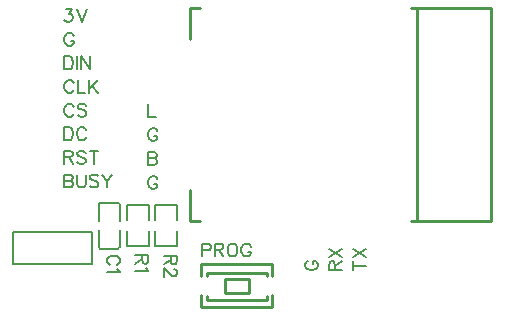
<source format=gto>
G04 Layer: TopSilkscreenLayer*
G04 EasyEDA v6.5.34, 2023-10-15 23:32:28*
G04 71d41e4822c04cdf8dbe640198561a58,c7e5a72684d24d89a273277b68740de8,10*
G04 Gerber Generator version 0.2*
G04 Scale: 100 percent, Rotated: No, Reflected: No *
G04 Dimensions in millimeters *
G04 leading zeros omitted , absolute positions ,4 integer and 5 decimal *
%FSLAX45Y45*%
%MOMM*%

%ADD10C,0.1524*%
%ADD11C,0.2540*%

%LPD*%
D10*
X977071Y-656386D02*
G01*
X1034221Y-656386D01*
X1002979Y-698042D01*
X1018727Y-698042D01*
X1028887Y-703122D01*
X1034221Y-708202D01*
X1039301Y-723950D01*
X1039301Y-734364D01*
X1034221Y-749858D01*
X1023807Y-760272D01*
X1008313Y-765352D01*
X992565Y-765352D01*
X977071Y-760272D01*
X971737Y-755192D01*
X966657Y-744778D01*
X1073591Y-656386D02*
G01*
X1115247Y-765352D01*
X1156903Y-656386D02*
G01*
X1115247Y-765352D01*
X1044635Y-882446D02*
G01*
X1039301Y-872032D01*
X1028887Y-861618D01*
X1018727Y-856284D01*
X997899Y-856284D01*
X987485Y-861618D01*
X977071Y-872032D01*
X971737Y-882446D01*
X966657Y-897940D01*
X966657Y-923848D01*
X971737Y-939596D01*
X977071Y-949756D01*
X987485Y-960170D01*
X997899Y-965504D01*
X1018727Y-965504D01*
X1028887Y-960170D01*
X1039301Y-949756D01*
X1044635Y-939596D01*
X1044635Y-923848D01*
X1018727Y-923848D02*
G01*
X1044635Y-923848D01*
X966657Y-1056436D02*
G01*
X966657Y-1165402D01*
X966657Y-1056436D02*
G01*
X1002979Y-1056436D01*
X1018727Y-1061516D01*
X1028887Y-1071930D01*
X1034221Y-1082344D01*
X1039301Y-1097838D01*
X1039301Y-1124000D01*
X1034221Y-1139494D01*
X1028887Y-1149908D01*
X1018727Y-1160322D01*
X1002979Y-1165402D01*
X966657Y-1165402D01*
X1073591Y-1056436D02*
G01*
X1073591Y-1165402D01*
X1107881Y-1056436D02*
G01*
X1107881Y-1165402D01*
X1107881Y-1056436D02*
G01*
X1180779Y-1165402D01*
X1180779Y-1056436D02*
G01*
X1180779Y-1165402D01*
X1044635Y-1282242D02*
G01*
X1039301Y-1271828D01*
X1028887Y-1261668D01*
X1018727Y-1256334D01*
X997899Y-1256334D01*
X987485Y-1261668D01*
X977071Y-1271828D01*
X971737Y-1282242D01*
X966657Y-1297990D01*
X966657Y-1323898D01*
X971737Y-1339392D01*
X977071Y-1349806D01*
X987485Y-1360220D01*
X997899Y-1365554D01*
X1018727Y-1365554D01*
X1028887Y-1360220D01*
X1039301Y-1349806D01*
X1044635Y-1339392D01*
X1078925Y-1256334D02*
G01*
X1078925Y-1365554D01*
X1078925Y-1365554D02*
G01*
X1141155Y-1365554D01*
X1175445Y-1256334D02*
G01*
X1175445Y-1365554D01*
X1248343Y-1256334D02*
G01*
X1175445Y-1328978D01*
X1201607Y-1303070D02*
G01*
X1248343Y-1365554D01*
X1044635Y-1482394D02*
G01*
X1039301Y-1471980D01*
X1028887Y-1461566D01*
X1018727Y-1456486D01*
X997899Y-1456486D01*
X987485Y-1461566D01*
X977071Y-1471980D01*
X971737Y-1482394D01*
X966657Y-1497888D01*
X966657Y-1523796D01*
X971737Y-1539544D01*
X977071Y-1549958D01*
X987485Y-1560372D01*
X997899Y-1565452D01*
X1018727Y-1565452D01*
X1028887Y-1560372D01*
X1039301Y-1549958D01*
X1044635Y-1539544D01*
X1151569Y-1471980D02*
G01*
X1141155Y-1461566D01*
X1125661Y-1456486D01*
X1104833Y-1456486D01*
X1089339Y-1461566D01*
X1078925Y-1471980D01*
X1078925Y-1482394D01*
X1084005Y-1492808D01*
X1089339Y-1497888D01*
X1099753Y-1503222D01*
X1130741Y-1513636D01*
X1141155Y-1518716D01*
X1146489Y-1523796D01*
X1151569Y-1534210D01*
X1151569Y-1549958D01*
X1141155Y-1560372D01*
X1125661Y-1565452D01*
X1104833Y-1565452D01*
X1089339Y-1560372D01*
X1078925Y-1549958D01*
X966657Y-1656384D02*
G01*
X966657Y-1765350D01*
X966657Y-1656384D02*
G01*
X1002979Y-1656384D01*
X1018727Y-1661464D01*
X1028887Y-1671878D01*
X1034221Y-1682292D01*
X1039301Y-1698040D01*
X1039301Y-1723948D01*
X1034221Y-1739442D01*
X1028887Y-1749856D01*
X1018727Y-1760270D01*
X1002979Y-1765350D01*
X966657Y-1765350D01*
X1151569Y-1682292D02*
G01*
X1146489Y-1671878D01*
X1136075Y-1661464D01*
X1125661Y-1656384D01*
X1104833Y-1656384D01*
X1094419Y-1661464D01*
X1084005Y-1671878D01*
X1078925Y-1682292D01*
X1073591Y-1698040D01*
X1073591Y-1723948D01*
X1078925Y-1739442D01*
X1084005Y-1749856D01*
X1094419Y-1760270D01*
X1104833Y-1765350D01*
X1125661Y-1765350D01*
X1136075Y-1760270D01*
X1146489Y-1749856D01*
X1151569Y-1739442D01*
X966657Y-1856282D02*
G01*
X966657Y-1965502D01*
X966657Y-1856282D02*
G01*
X1013393Y-1856282D01*
X1028887Y-1861616D01*
X1034221Y-1866696D01*
X1039301Y-1877110D01*
X1039301Y-1887524D01*
X1034221Y-1897938D01*
X1028887Y-1903018D01*
X1013393Y-1908352D01*
X966657Y-1908352D01*
X1002979Y-1908352D02*
G01*
X1039301Y-1965502D01*
X1146489Y-1872030D02*
G01*
X1136075Y-1861616D01*
X1120327Y-1856282D01*
X1099753Y-1856282D01*
X1084005Y-1861616D01*
X1073591Y-1872030D01*
X1073591Y-1882444D01*
X1078925Y-1892604D01*
X1084005Y-1897938D01*
X1094419Y-1903018D01*
X1125661Y-1913432D01*
X1136075Y-1918766D01*
X1141155Y-1923846D01*
X1146489Y-1934260D01*
X1146489Y-1949754D01*
X1136075Y-1960168D01*
X1120327Y-1965502D01*
X1099753Y-1965502D01*
X1084005Y-1960168D01*
X1073591Y-1949754D01*
X1217101Y-1856282D02*
G01*
X1217101Y-1965502D01*
X1180779Y-1856282D02*
G01*
X1253423Y-1856282D01*
X966657Y-2056434D02*
G01*
X966657Y-2165400D01*
X966657Y-2056434D02*
G01*
X1013393Y-2056434D01*
X1028887Y-2061514D01*
X1034221Y-2066848D01*
X1039301Y-2077262D01*
X1039301Y-2087422D01*
X1034221Y-2097836D01*
X1028887Y-2103170D01*
X1013393Y-2108250D01*
X966657Y-2108250D02*
G01*
X1013393Y-2108250D01*
X1028887Y-2113584D01*
X1034221Y-2118664D01*
X1039301Y-2129078D01*
X1039301Y-2144572D01*
X1034221Y-2154986D01*
X1028887Y-2160320D01*
X1013393Y-2165400D01*
X966657Y-2165400D01*
X1073591Y-2056434D02*
G01*
X1073591Y-2134412D01*
X1078925Y-2149906D01*
X1089339Y-2160320D01*
X1104833Y-2165400D01*
X1115247Y-2165400D01*
X1130741Y-2160320D01*
X1141155Y-2149906D01*
X1146489Y-2134412D01*
X1146489Y-2056434D01*
X1253423Y-2071928D02*
G01*
X1243009Y-2061514D01*
X1227515Y-2056434D01*
X1206687Y-2056434D01*
X1191193Y-2061514D01*
X1180779Y-2071928D01*
X1180779Y-2082342D01*
X1185859Y-2092756D01*
X1191193Y-2097836D01*
X1201607Y-2103170D01*
X1232595Y-2113584D01*
X1243009Y-2118664D01*
X1248343Y-2123998D01*
X1253423Y-2134412D01*
X1253423Y-2149906D01*
X1243009Y-2160320D01*
X1227515Y-2165400D01*
X1206687Y-2165400D01*
X1191193Y-2160320D01*
X1180779Y-2149906D01*
X1287713Y-2056434D02*
G01*
X1329369Y-2108250D01*
X1329369Y-2165400D01*
X1370771Y-2056434D02*
G01*
X1329369Y-2108250D01*
X2133587Y-2640672D02*
G01*
X2133587Y-2749638D01*
X2133587Y-2640672D02*
G01*
X2180323Y-2640672D01*
X2195817Y-2645752D01*
X2201151Y-2650832D01*
X2206231Y-2661246D01*
X2206231Y-2676994D01*
X2201151Y-2687408D01*
X2195817Y-2692488D01*
X2180323Y-2697822D01*
X2133587Y-2697822D01*
X2240521Y-2640672D02*
G01*
X2240521Y-2749638D01*
X2240521Y-2640672D02*
G01*
X2287257Y-2640672D01*
X2303005Y-2645752D01*
X2308085Y-2650832D01*
X2313419Y-2661246D01*
X2313419Y-2671660D01*
X2308085Y-2682074D01*
X2303005Y-2687408D01*
X2287257Y-2692488D01*
X2240521Y-2692488D01*
X2277097Y-2692488D02*
G01*
X2313419Y-2749638D01*
X2378697Y-2640672D02*
G01*
X2368537Y-2645752D01*
X2358123Y-2656166D01*
X2352789Y-2666580D01*
X2347709Y-2682074D01*
X2347709Y-2707982D01*
X2352789Y-2723730D01*
X2358123Y-2734144D01*
X2368537Y-2744558D01*
X2378697Y-2749638D01*
X2399525Y-2749638D01*
X2409939Y-2744558D01*
X2420353Y-2734144D01*
X2425687Y-2723730D01*
X2430767Y-2707982D01*
X2430767Y-2682074D01*
X2425687Y-2666580D01*
X2420353Y-2656166D01*
X2409939Y-2645752D01*
X2399525Y-2640672D01*
X2378697Y-2640672D01*
X2543035Y-2666580D02*
G01*
X2537701Y-2656166D01*
X2527287Y-2645752D01*
X2517127Y-2640672D01*
X2496299Y-2640672D01*
X2485885Y-2645752D01*
X2475471Y-2656166D01*
X2470137Y-2666580D01*
X2465057Y-2682074D01*
X2465057Y-2707982D01*
X2470137Y-2723730D01*
X2475471Y-2734144D01*
X2485885Y-2744558D01*
X2496299Y-2749638D01*
X2517127Y-2749638D01*
X2527287Y-2744558D01*
X2537701Y-2734144D01*
X2543035Y-2723730D01*
X2543035Y-2707982D01*
X2517127Y-2707982D02*
G01*
X2543035Y-2707982D01*
X3409975Y-2828645D02*
G01*
X3519195Y-2828645D01*
X3409975Y-2864967D02*
G01*
X3409975Y-2792323D01*
X3409975Y-2758033D02*
G01*
X3519195Y-2685135D01*
X3409975Y-2685135D02*
G01*
X3519195Y-2758033D01*
X3206800Y-2864942D02*
G01*
X3316020Y-2864942D01*
X3206800Y-2864942D02*
G01*
X3206800Y-2818206D01*
X3211880Y-2802712D01*
X3217214Y-2797378D01*
X3227628Y-2792298D01*
X3238042Y-2792298D01*
X3248456Y-2797378D01*
X3253536Y-2802712D01*
X3258870Y-2818206D01*
X3258870Y-2864942D01*
X3258870Y-2828620D02*
G01*
X3316020Y-2792298D01*
X3206800Y-2758008D02*
G01*
X3316020Y-2685364D01*
X3206800Y-2685364D02*
G01*
X3316020Y-2758008D01*
X3029508Y-2786964D02*
G01*
X3019094Y-2792298D01*
X3008680Y-2802712D01*
X3003600Y-2813126D01*
X3003600Y-2833954D01*
X3008680Y-2844114D01*
X3019094Y-2854528D01*
X3029508Y-2859862D01*
X3045256Y-2864942D01*
X3071164Y-2864942D01*
X3086658Y-2859862D01*
X3097072Y-2854528D01*
X3107486Y-2844114D01*
X3112820Y-2833954D01*
X3112820Y-2813126D01*
X3107486Y-2802712D01*
X3097072Y-2792298D01*
X3086658Y-2786964D01*
X3071164Y-2786964D01*
X3071164Y-2813126D02*
G01*
X3071164Y-2786964D01*
X1676425Y-1459509D02*
G01*
X1676425Y-1568475D01*
X1676425Y-1568475D02*
G01*
X1738655Y-1568475D01*
X1754403Y-1688617D02*
G01*
X1749069Y-1678203D01*
X1738655Y-1667789D01*
X1728241Y-1662709D01*
X1707667Y-1662709D01*
X1697253Y-1667789D01*
X1686839Y-1678203D01*
X1681505Y-1688617D01*
X1676425Y-1704111D01*
X1676425Y-1730273D01*
X1681505Y-1745767D01*
X1686839Y-1756181D01*
X1697253Y-1766595D01*
X1707667Y-1771675D01*
X1728241Y-1771675D01*
X1738655Y-1766595D01*
X1749069Y-1756181D01*
X1754403Y-1745767D01*
X1754403Y-1730273D01*
X1728241Y-1730273D02*
G01*
X1754403Y-1730273D01*
X1676425Y-1865909D02*
G01*
X1676425Y-1974875D01*
X1676425Y-1865909D02*
G01*
X1723161Y-1865909D01*
X1738655Y-1870989D01*
X1743989Y-1876323D01*
X1749069Y-1886737D01*
X1749069Y-1897151D01*
X1743989Y-1907311D01*
X1738655Y-1912645D01*
X1723161Y-1917725D01*
X1676425Y-1917725D02*
G01*
X1723161Y-1917725D01*
X1738655Y-1923059D01*
X1743989Y-1928139D01*
X1749069Y-1938553D01*
X1749069Y-1954301D01*
X1743989Y-1964461D01*
X1738655Y-1969795D01*
X1723161Y-1974875D01*
X1676425Y-1974875D01*
X1754403Y-2095119D02*
G01*
X1749069Y-2084705D01*
X1738655Y-2074290D01*
X1728241Y-2068957D01*
X1707667Y-2068957D01*
X1697253Y-2074290D01*
X1686839Y-2084705D01*
X1681505Y-2095119D01*
X1676425Y-2110613D01*
X1676425Y-2136521D01*
X1681505Y-2152269D01*
X1686839Y-2162682D01*
X1697253Y-2173097D01*
X1707667Y-2178177D01*
X1728241Y-2178177D01*
X1738655Y-2173097D01*
X1749069Y-2162682D01*
X1754403Y-2152269D01*
X1754403Y-2136521D01*
X1728241Y-2136521D02*
G01*
X1754403Y-2136521D01*
X1918715Y-2743200D02*
G01*
X1809750Y-2743200D01*
X1918715Y-2743200D02*
G01*
X1918715Y-2789936D01*
X1913636Y-2805430D01*
X1908302Y-2810764D01*
X1897888Y-2815844D01*
X1887473Y-2815844D01*
X1877059Y-2810764D01*
X1871979Y-2805430D01*
X1866900Y-2789936D01*
X1866900Y-2743200D01*
X1866900Y-2779522D02*
G01*
X1809750Y-2815844D01*
X1892807Y-2855468D02*
G01*
X1897888Y-2855468D01*
X1908302Y-2860548D01*
X1913636Y-2865882D01*
X1918715Y-2876296D01*
X1918715Y-2896870D01*
X1913636Y-2907284D01*
X1908302Y-2912618D01*
X1897888Y-2917698D01*
X1887473Y-2917698D01*
X1877059Y-2912618D01*
X1861565Y-2902204D01*
X1809750Y-2850134D01*
X1809750Y-2923032D01*
X1410207Y-2821178D02*
G01*
X1420621Y-2815844D01*
X1431036Y-2805430D01*
X1436115Y-2795270D01*
X1436115Y-2774442D01*
X1431036Y-2764028D01*
X1420621Y-2753614D01*
X1410207Y-2748280D01*
X1394459Y-2743200D01*
X1368552Y-2743200D01*
X1353057Y-2748280D01*
X1342643Y-2753614D01*
X1332229Y-2764028D01*
X1327150Y-2774442D01*
X1327150Y-2795270D01*
X1332229Y-2805430D01*
X1342643Y-2815844D01*
X1353057Y-2821178D01*
X1415288Y-2855468D02*
G01*
X1420621Y-2865882D01*
X1436115Y-2881376D01*
X1327150Y-2881376D01*
X1677415Y-2736799D02*
G01*
X1568450Y-2736799D01*
X1677415Y-2736799D02*
G01*
X1677415Y-2783535D01*
X1672336Y-2799029D01*
X1667002Y-2804363D01*
X1656588Y-2809443D01*
X1646173Y-2809443D01*
X1635759Y-2804363D01*
X1630679Y-2799029D01*
X1625600Y-2783535D01*
X1625600Y-2736799D01*
X1625600Y-2773121D02*
G01*
X1568450Y-2809443D01*
X1656588Y-2843733D02*
G01*
X1661921Y-2854147D01*
X1677415Y-2869895D01*
X1568450Y-2869895D01*
X1737090Y-2536819D02*
G01*
X1737090Y-2665313D01*
X1920509Y-2665313D01*
X1920509Y-2536819D01*
X1737090Y-2441580D02*
G01*
X1737090Y-2313086D01*
X1920509Y-2313086D01*
X1920509Y-2441580D01*
X1436560Y-2670319D02*
G01*
X1436560Y-2529319D01*
X1255839Y-2529319D02*
G01*
X1255839Y-2670319D01*
X1271079Y-2685559D02*
G01*
X1421320Y-2685559D01*
X1436560Y-2308080D02*
G01*
X1436560Y-2449080D01*
X1255839Y-2449080D02*
G01*
X1255839Y-2308080D01*
X1271079Y-2292840D02*
G01*
X1421320Y-2292840D01*
D11*
X2125700Y-2817197D02*
G01*
X2725699Y-2817200D01*
X2125700Y-3177202D02*
G01*
X2725699Y-3177199D01*
X2725699Y-2817200D02*
G01*
X2725699Y-2914644D01*
X2725699Y-3079755D02*
G01*
X2725699Y-3177199D01*
X2125700Y-3177199D02*
G01*
X2125700Y-3079755D01*
X2125700Y-2914644D02*
G01*
X2125700Y-2817200D01*
X2175700Y-2887200D02*
G01*
X2685699Y-2887200D01*
X2685699Y-2914091D01*
X2685699Y-3080308D02*
G01*
X2685699Y-3117199D01*
X2175700Y-3117199D01*
X2175700Y-3080308D01*
X2175700Y-2914091D02*
G01*
X2175700Y-2887200D01*
X2325700Y-2937205D02*
G01*
X2525699Y-2937205D01*
X2525699Y-3057194D01*
X2325700Y-3057194D01*
X2325700Y-2937205D01*
D10*
X1679209Y-2441580D02*
G01*
X1679209Y-2313086D01*
X1495790Y-2313086D01*
X1495790Y-2441580D01*
X1679209Y-2536819D02*
G01*
X1679209Y-2665313D01*
X1495790Y-2665313D01*
X1495790Y-2536819D01*
X530979Y-2542560D02*
G01*
X1196220Y-2542560D01*
X1196220Y-2816839D01*
X530979Y-2816839D01*
X530979Y-2542560D01*
D11*
X4582800Y-2449408D02*
G01*
X3936210Y-2449408D01*
X4582800Y-649406D02*
G01*
X3937802Y-649406D01*
X4582800Y-2449408D02*
G01*
X4582800Y-649406D01*
X3954404Y-2449408D02*
G01*
X3954404Y-649406D01*
X3903517Y-2451107D02*
G01*
X3954404Y-2451107D01*
X2032802Y-2189022D02*
G01*
X2032802Y-2451107D01*
X2116282Y-2451107D01*
X2116282Y-649406D02*
G01*
X2032802Y-649406D01*
X2032802Y-909794D01*
X3954404Y-649406D02*
G01*
X3903517Y-649406D01*
D10*
G75*
G01*
X1255840Y-2670320D02*
G03*
X1271079Y-2685560I15239J0D01*
G75*
G01*
X1421320Y-2685560D02*
G03*
X1436560Y-2670320I0J15240D01*
G75*
G01*
X1255840Y-2308080D02*
G02*
X1271079Y-2292840I15239J0D01*
G75*
G01*
X1421320Y-2292840D02*
G02*
X1436560Y-2308080I0J-15240D01*
M02*

</source>
